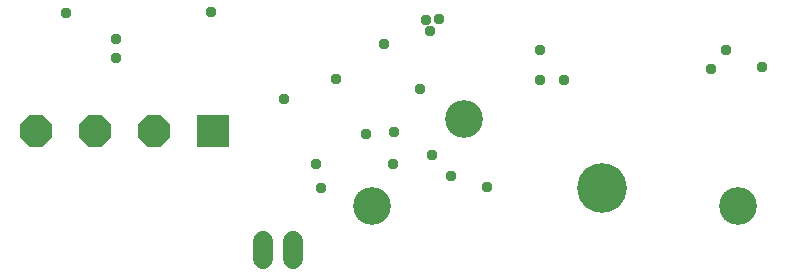
<source format=gbr>
G04 EAGLE Gerber X2 export*
%TF.Part,Single*%
%TF.FileFunction,Soldermask,Bot,1*%
%TF.FilePolarity,Negative*%
%TF.GenerationSoftware,Autodesk,EAGLE,9.1.3*%
%TF.CreationDate,2019-04-17T09:40:26Z*%
G75*
%MOMM*%
%FSLAX34Y34*%
%LPD*%
%AMOC8*
5,1,8,0,0,1.08239X$1,22.5*%
G01*
%ADD10C,3.203194*%
%ADD11C,4.203191*%
%ADD12R,2.743200X2.743200*%
%ADD13P,2.969212X8X202.500000*%
%ADD14C,1.727200*%
%ADD15C,0.959600*%


D10*
X395224Y233680D03*
X316992Y159766D03*
X627126Y159766D03*
D11*
X511810Y174498D03*
D12*
X182880Y223012D03*
D13*
X132880Y223012D03*
X82880Y223012D03*
X32880Y223012D03*
D14*
X250444Y129794D02*
X250444Y114554D01*
X225044Y114554D02*
X225044Y129794D01*
D15*
X58420Y322698D03*
X242316Y250444D03*
X312166Y220218D03*
X269494Y195580D03*
X180594Y323596D03*
X604266Y275590D03*
X286766Y267208D03*
X335788Y222250D03*
X384048Y184912D03*
X414528Y176022D03*
X647192Y277622D03*
X362458Y317246D03*
X373634Y317754D03*
X366522Y307594D03*
X100330Y300990D03*
X480060Y266700D03*
X100330Y284734D03*
X459740Y266700D03*
X368300Y203200D03*
X335280Y195580D03*
X274320Y175260D03*
X459740Y292100D03*
X358140Y259080D03*
X327660Y297180D03*
X617220Y292100D03*
M02*

</source>
